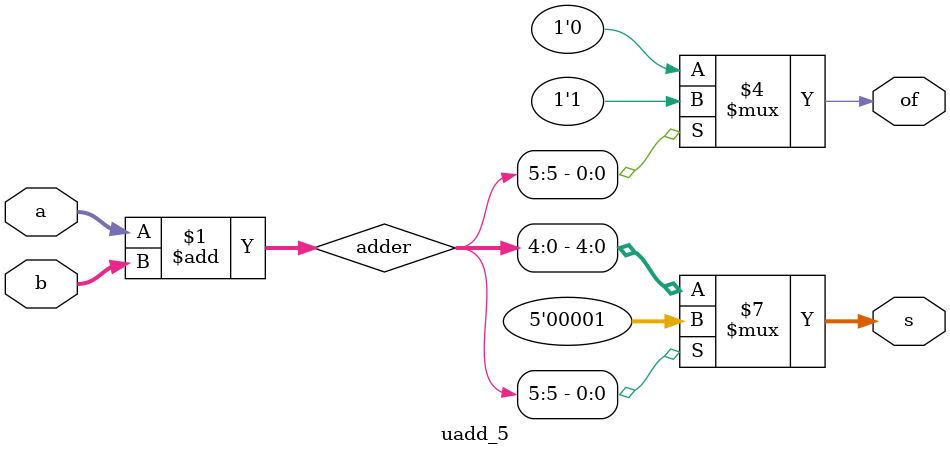
<source format=sv>
/*-------------------------------------
Project:    uadd_5
Purpose:    Unsigned addition with integer saturation
            and overflow indication
Author:     Passler
Version:    00, 01.02.2018
--------------------------------------*/

module uadd_5 (
// inputs
    input   logic unsigned [4:0] a,
    input   logic unsigned [4:0] b,
// outputs
    output  logic unsigned [4:0] s,
    output  logic                of
);

logic [5:0]         adder;
assign adder = a + b;

always_comb begin
    if (adder[5:5]) begin
        s = 1'b11111;
        of = 1'b1;
    end 
    else begin
        s = adder [4:0];
        of = 1'b0;
    end
end

endmodule

</source>
